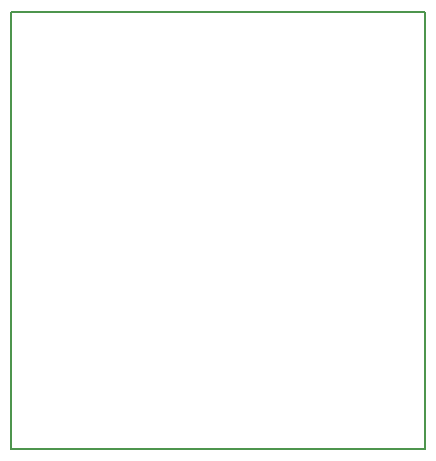
<source format=gbr>
G04 (created by PCBNEW (2013-mar-30)-stable) date Wed 05 Jun 2013 10:13:46 PM CEST*
%MOIN*%
G04 Gerber Fmt 3.4, Leading zero omitted, Abs format*
%FSLAX34Y34*%
G01*
G70*
G90*
G04 APERTURE LIST*
%ADD10C,0.006*%
%ADD11C,0.00590551*%
G04 APERTURE END LIST*
G54D10*
G54D11*
X17322Y-33464D02*
X17322Y-18897D01*
X31102Y-33464D02*
X17322Y-33464D01*
X31102Y-18897D02*
X31102Y-33464D01*
X17322Y-18897D02*
X31102Y-18897D01*
M02*

</source>
